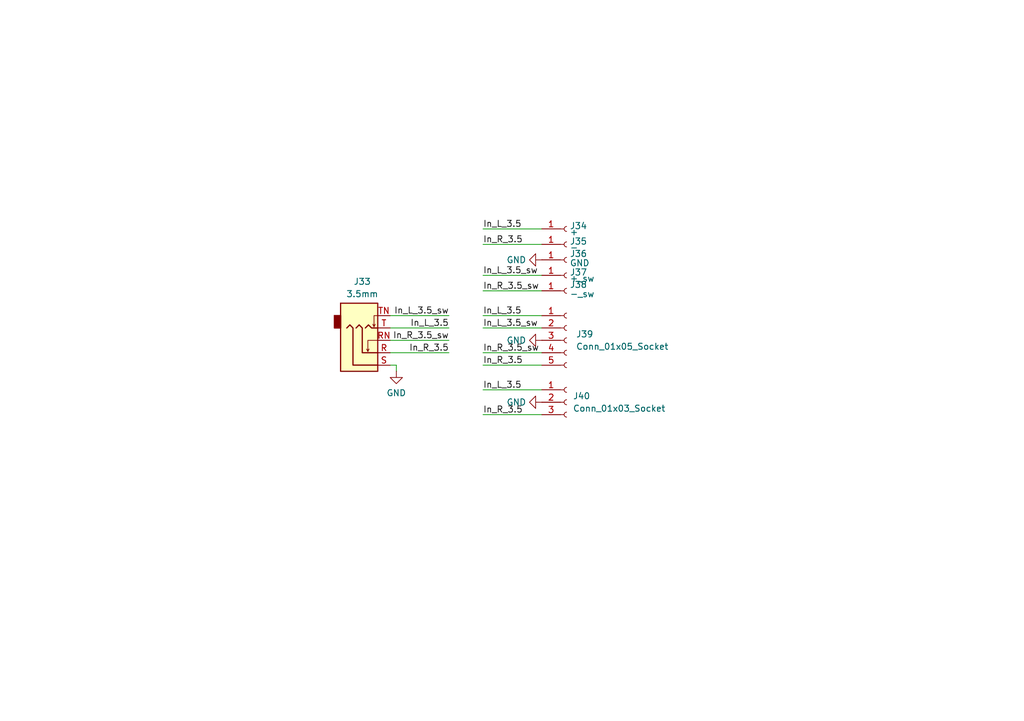
<source format=kicad_sch>
(kicad_sch (version 20250114) (generator "eeschema") (generator_version "9.0")
  (paper "A5")
  (lib_symbols
    (symbol "Connector:Conn_01x01_Socket" (pin_names (offset 1.016) (hide yes))
      (property "Reference" "J" (at 0 2.54 0))
      (property "Value" "Conn_01x01_Socket" (at 0 -2.54 0))
      (symbol "Conn_01x01_Socket_1_1"
        (polyline (pts (xy -1.27 0) (xy -0.508 0)) (stroke (width 0.1524)))
        (arc (start 0 -0.508) (mid -0.5058 0) (end 0 0.508) (stroke (width 0.1524)))
        (pin passive line (at -5.08 0 0) (length 3.81) (name "Pin_1") (number "1"))
      )
    )
    (symbol "Connector:Conn_01x03_Socket" (pin_names (offset 1.016) (hide yes))
      (property "Reference" "J" (at 0 5.08 0))
      (property "Value" "Conn_01x03_Socket" (at 0 -5.08 0))
      (symbol "Conn_01x03_Socket_1_1"
        (polyline (pts (xy -1.27 2.54) (xy -0.508 2.54)) (stroke (width 0.1524)))
        (polyline (pts (xy -1.27 0) (xy -0.508 0)) (stroke (width 0.1524)))
        (polyline (pts (xy -1.27 -2.54) (xy -0.508 -2.54)) (stroke (width 0.1524)))
        (arc (start 0 2.032) (mid -0.5058 2.54) (end 0 3.048) (stroke (width 0.1524)))
        (arc (start 0 -0.508) (mid -0.5058 0) (end 0 0.508) (stroke (width 0.1524)))
        (arc (start 0 -3.048) (mid -0.5058 -2.54) (end 0 -2.032) (stroke (width 0.1524)))
        (pin passive line (at -5.08 2.54 0) (length 3.81) (name "Pin_1") (number "1"))
        (pin passive line (at -5.08 0 0) (length 3.81) (name "Pin_2") (number "2"))
        (pin passive line (at -5.08 -2.54 0) (length 3.81) (name "Pin_3") (number "3"))
      )
    )
    (symbol "Connector:Conn_01x05_Socket" (pin_names (offset 1.016) (hide yes))
      (property "Reference" "J" (at 0 7.62 0))
      (property "Value" "Conn_01x05_Socket" (at 0 -7.62 0))
      (symbol "Conn_01x05_Socket_1_1"
        (polyline (pts (xy -1.27 5.08) (xy -0.508 5.08)) (stroke (width 0.1524)))
        (polyline (pts (xy -1.27 2.54) (xy -0.508 2.54)) (stroke (width 0.1524)))
        (polyline (pts (xy -1.27 0) (xy -0.508 0)) (stroke (width 0.1524)))
        (polyline (pts (xy -1.27 -2.54) (xy -0.508 -2.54)) (stroke (width 0.1524)))
        (polyline (pts (xy -1.27 -5.08) (xy -0.508 -5.08)) (stroke (width 0.1524)))
        (arc (start 0 4.572) (mid -0.5058 5.08) (end 0 5.588) (stroke (width 0.1524)))
        (arc (start 0 2.032) (mid -0.5058 2.54) (end 0 3.048) (stroke (width 0.1524)))
        (arc (start 0 -0.508) (mid -0.5058 0) (end 0 0.508) (stroke (width 0.1524)))
        (arc (start 0 -3.048) (mid -0.5058 -2.54) (end 0 -2.032) (stroke (width 0.1524)))
        (arc (start 0 -5.588) (mid -0.5058 -5.08) (end 0 -4.572) (stroke (width 0.1524)))
        (pin passive line (at -5.08 5.08 0) (length 3.81) (name "Pin_1") (number "1"))
        (pin passive line (at -5.08 2.54 0) (length 3.81) (name "Pin_2") (number "2"))
        (pin passive line (at -5.08 0 0) (length 3.81) (name "Pin_3") (number "3"))
        (pin passive line (at -5.08 -2.54 0) (length 3.81) (name "Pin_4") (number "4"))
        (pin passive line (at -5.08 -5.08 0) (length 3.81) (name "Pin_5") (number "5"))
      )
    )
    (symbol "Connector_Audio:AudioJack3_SwitchTR"
      (property "Reference" "J" (at 0 8.89 0))
      (property "Value" "AudioJack3_SwitchTR" (at 0 6.35 0))
      (symbol "AudioJack3_SwitchTR_0_1"
        (rectangle (start -5.08 -5.08) (end -6.35 -7.62) (stroke (width 0.254)) (fill (type outline)))
        (polyline (pts (xy -1.905 -5.08) (xy -1.27 -5.715) (xy -0.635 -5.08) (xy -0.635 0) (xy 2.54 0)) (stroke (width 0.254)))
        (polyline (pts (xy 0 -5.08) (xy 0.635 -5.715) (xy 1.27 -5.08) (xy 2.54 -5.08)) (stroke (width 0.254)))
        (polyline (pts (xy 0.508 -0.254) (xy 0.762 -0.762)))
        (polyline (pts (xy 1.778 -5.334) (xy 2.032 -5.842)))
        (rectangle (start 2.54 3.81) (end -5.08 -10.16) (stroke (width 0.254)) (fill (type background)))
        (polyline (pts (xy 2.54 2.54) (xy -2.54 2.54) (xy -2.54 -5.08) (xy -3.175 -5.715) (xy -3.81 -5.08)) (stroke (width 0.254)))
        (polyline (pts (xy 2.54 -2.54) (xy 0.508 -2.54) (xy 0.508 -0.254) (xy 0.254 -0.762)))
        (polyline (pts (xy 2.54 -7.62) (xy 1.778 -7.62) (xy 1.778 -5.334) (xy 1.524 -5.842)))
      )
      (symbol "AudioJack3_SwitchTR_1_1"
        (pin passive line (at 5.08 2.54 180) (length 2.54) (name "~") (number "S"))
        (pin passive line (at 5.08 0 180) (length 2.54) (name "~") (number "R"))
        (pin passive line (at 5.08 -2.54 180) (length 2.54) (name "~") (number "RN"))
        (pin passive line (at 5.08 -5.08 180) (length 2.54) (name "~") (number "T"))
        (pin passive line (at 5.08 -7.62 180) (length 2.54) (name "~") (number "TN"))
      )
    )
    (symbol "power:GND" (power) (pin_numbers (hide yes)) (pin_names (offset 0) (hide yes))
      (property "Value" "GND" (at 0 -3.81 0))
      (symbol "GND_0_1"
        (polyline (pts (xy 0 0) (xy 0 -1.27) (xy 1.27 -1.27) (xy 0 -2.54) (xy -1.27 -1.27) (xy 0 -1.27)))
      )
      (symbol "GND_1_1"
        (pin power_in line (at 0 0 270) (length 0) (name "~") (number "1"))
      )
    )
  )
  (wire (pts (xy 99.06 50.165) (xy 111.125 50.165)))
  (wire (pts (xy 99.06 72.39) (xy 111.125 72.39)))
  (wire (pts (xy 92.075 69.85) (xy 80.01 69.85)))
  (wire (pts (xy 92.075 67.31) (xy 80.01 67.31)))
  (wire (pts (xy 92.075 64.77) (xy 80.01 64.77)))
  (wire (pts (xy 99.06 85.09) (xy 111.125 85.09)))
  (wire (pts (xy 99.06 74.93) (xy 111.125 74.93)))
  (wire (pts (xy 99.06 59.69) (xy 111.125 59.69)))
  (wire (pts (xy 99.06 64.77) (xy 111.125 64.77)))
  (wire (pts (xy 99.06 46.99) (xy 111.125 46.99)))
  (wire (pts (xy 81.28 76.2) (xy 81.28 74.93)))
  (wire (pts (xy 81.28 74.93) (xy 80.01 74.93)))
  (wire (pts (xy 99.06 80.01) (xy 111.125 80.01)))
  (wire (pts (xy 99.06 56.515) (xy 111.125 56.515)))
  (wire (pts (xy 99.06 67.31) (xy 111.125 67.31)))
  (wire (pts (xy 92.075 72.39) (xy 80.01 72.39)))
  (label "In_R_3.5_sw" (at 92.075 69.85 180))
  (label "In_L_3.5" (at 99.06 64.77 0))
  (label "In_L_3.5_sw" (at 92.075 64.77 180))
  (label "In_R_3.5" (at 92.075 72.39 180))
  (label "In_R_3.5" (at 99.06 85.09 0))
  (label "In_R_3.5_sw" (at 99.06 59.69 0))
  (label "In_L_3.5" (at 99.06 80.01 0))
  (label "In_R_3.5" (at 99.06 74.93 0))
  (label "In_R_3.5" (at 99.06 50.165 0))
  (label "In_R_3.5_sw" (at 99.06 72.39 0))
  (label "In_L_3.5_sw" (at 99.06 56.515 0))
  (label "In_L_3.5" (at 99.06 46.99 0))
  (label "In_L_3.5" (at 92.075 67.31 180))
  (label "In_L_3.5_sw" (at 99.06 67.31 0))
  (symbol (lib_id "Connector:Conn_01x01_Socket") (at 116.205 59.69 0) (unit 1)
    (property "Reference" "J38" (at 116.84 58.42 0) (effects (justify left)))
    (property "Value" "-_sw" (at 116.84 60.325 0) (effects (justify left)))
    (property "Footprint" "Connector_Pin:Pin_D1.3mm_L11.0mm" (effects (hide yes)))
    (property "Description" "Generic connector, single row, 01x01, script generated" (effects (hide yes)))
  )
  (symbol (lib_id "power:GND") (at 111.125 53.34 270) (unit 1)
    (property "Reference" "#PWR026" (effects (hide yes)))
    (property "Value" "GND" (at 107.95 53.3399 90) (effects (justify right)))
    (property "Description" "Power symbol creates a global label with name \"GND\" , ground" (effects (hide yes)))
  )
  (symbol (lib_id "power:GND") (at 81.28 76.2 0) (unit 1)
    (property "Reference" "#PWR010" (effects (hide yes)))
    (property "Value" "GND" (at 81.28 80.645 0))
    (property "Description" "Power symbol creates a global label with name \"GND\" , ground" (effects (hide yes)))
  )
  (symbol (lib_id "Connector:Conn_01x01_Socket") (at 116.205 50.165 0) (unit 1)
    (property "Reference" "J35" (at 116.84 49.53 0) (effects (justify left)))
    (property "Value" "-" (at 116.84 50.8 0) (effects (justify left)))
    (property "Footprint" "Connector_Pin:Pin_D1.3mm_L11.0mm" (effects (hide yes)))
    (property "Description" "Generic connector, single row, 01x01, script generated" (effects (hide yes)))
  )
  (symbol (lib_id "Connector:Conn_01x05_Socket") (at 116.205 69.85 0) (unit 1)
    (property "Reference" "J39" (at 118.11 68.5799 0) (effects (justify left)))
    (property "Value" "Conn_01x05_Socket" (at 118.11 71.1199 0) (effects (justify left)))
    (property "Footprint" "Connector_JST:JST_EH_B5B-EH-A_1x05_P2.50mm_Vertical" (effects (hide yes)))
    (property "Description" "Generic connector, single row, 01x05, script generated" (effects (hide yes)))
  )
  (symbol (lib_id "Connector:Conn_01x01_Socket") (at 116.205 46.99 0) (unit 1)
    (property "Reference" "J34" (at 116.84 46.355 0) (effects (justify left)))
    (property "Value" "+" (at 116.84 47.625 0) (effects (justify left)))
    (property "Footprint" "Connector_Pin:Pin_D1.3mm_L11.0mm" (effects (hide yes)))
    (property "Description" "Generic connector, single row, 01x01, script generated" (effects (hide yes)))
  )
  (symbol (lib_id "Connector:Conn_01x01_Socket") (at 116.205 53.34 0) (unit 1)
    (property "Reference" "J36" (at 116.84 52.07 0) (effects (justify left)))
    (property "Value" "GND" (at 116.84 53.975 0) (effects (justify left)))
    (property "Footprint" "Connector_Pin:Pin_D1.3mm_L11.0mm" (effects (hide yes)))
    (property "Description" "Generic connector, single row, 01x01, script generated" (effects (hide yes)))
  )
  (symbol (lib_id "Connector_Audio:AudioJack3_SwitchTR") (at 74.93 72.39 0) (mirror x) (unit 1)
    (property "Reference" "J33" (at 74.295 57.785 0))
    (property "Value" "3.5mm" (at 74.295 60.325 0))
    (property "Footprint" "Connector_Audio:Jack_3.5mm_Ledino_KB3SPRS_Horizontal" (effects (hide yes)))
    (property "Description" "Audio Jack, 3 Poles (Stereo / TRS), Switched TR Poles (Normalling)" (effects (hide yes)))
  )
  (symbol (lib_id "power:GND") (at 111.125 82.55 270) (unit 1)
    (property "Reference" "#PWR028" (effects (hide yes)))
    (property "Value" "GND" (at 107.95 82.5499 90) (effects (justify right)))
    (property "Description" "Power symbol creates a global label with name \"GND\" , ground" (effects (hide yes)))
  )
  (symbol (lib_id "Connector:Conn_01x03_Socket") (at 116.205 82.55 0) (unit 1)
    (property "Reference" "J40" (at 117.475 81.2799 0) (effects (justify left)))
    (property "Value" "Conn_01x03_Socket" (at 117.475 83.8199 0) (effects (justify left)))
    (property "Footprint" "Connector_JST:JST_EH_B3B-EH-A_1x03_P2.50mm_Vertical" (effects (hide yes)))
    (property "Description" "Generic connector, single row, 01x03, script generated" (effects (hide yes)))
  )
  (symbol (lib_id "power:GND") (at 111.125 69.85 270) (unit 1)
    (property "Reference" "#PWR027" (effects (hide yes)))
    (property "Value" "GND" (at 107.95 69.8499 90) (effects (justify right)))
    (property "Description" "Power symbol creates a global label with name \"GND\" , ground" (effects (hide yes)))
  )
  (symbol (lib_id "Connector:Conn_01x01_Socket") (at 116.205 56.515 0) (unit 1)
    (property "Reference" "J37" (at 116.84 55.88 0) (effects (justify left)))
    (property "Value" "+_sw" (at 116.84 57.15 0) (effects (justify left)))
    (property "Footprint" "Connector_Pin:Pin_D1.3mm_L11.0mm" (effects (hide yes)))
    (property "Description" "Generic connector, single row, 01x01, script generated" (effects (hide yes)))
  )
)
</source>
